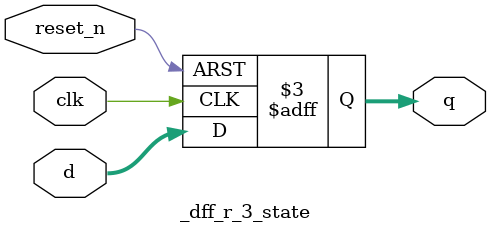
<source format=v>
module _dff_r_3_state(clk, reset_n, d, q);
	input clk,reset_n;
	input [2:0] d;
	output reg [2:0] q;
	
	// 3 bit flip flop
	always@(posedge clk or negedge reset_n)
	begin
		if(reset_n == 0) q <= 0;
		else q <= d;
	end
endmodule
	
</source>
